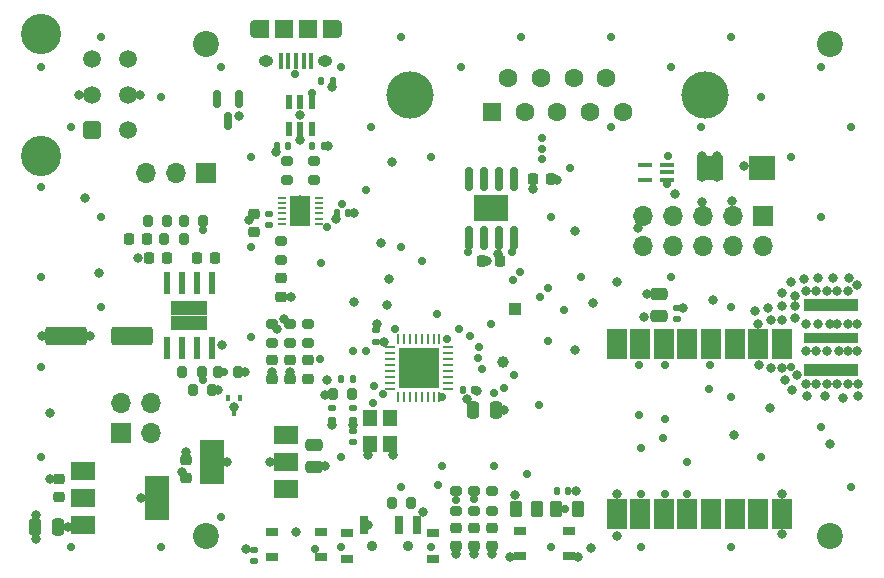
<source format=gbr>
%TF.GenerationSoftware,KiCad,Pcbnew,7.0.6*%
%TF.CreationDate,2023-10-09T12:22:11-06:00*%
%TF.ProjectId,CAN-USB RF Module,43414e2d-5553-4422-9052-46204d6f6475,2.0*%
%TF.SameCoordinates,Original*%
%TF.FileFunction,Soldermask,Top*%
%TF.FilePolarity,Negative*%
%FSLAX46Y46*%
G04 Gerber Fmt 4.6, Leading zero omitted, Abs format (unit mm)*
G04 Created by KiCad (PCBNEW 7.0.6) date 2023-10-09 12:22:11*
%MOMM*%
%LPD*%
G01*
G04 APERTURE LIST*
G04 Aperture macros list*
%AMRoundRect*
0 Rectangle with rounded corners*
0 $1 Rounding radius*
0 $2 $3 $4 $5 $6 $7 $8 $9 X,Y pos of 4 corners*
0 Add a 4 corners polygon primitive as box body*
4,1,4,$2,$3,$4,$5,$6,$7,$8,$9,$2,$3,0*
0 Add four circle primitives for the rounded corners*
1,1,$1+$1,$2,$3*
1,1,$1+$1,$4,$5*
1,1,$1+$1,$6,$7*
1,1,$1+$1,$8,$9*
0 Add four rect primitives between the rounded corners*
20,1,$1+$1,$2,$3,$4,$5,0*
20,1,$1+$1,$4,$5,$6,$7,0*
20,1,$1+$1,$6,$7,$8,$9,0*
20,1,$1+$1,$8,$9,$2,$3,0*%
G04 Aperture macros list end*
%ADD10C,2.200000*%
%ADD11RoundRect,0.200000X-0.200000X-0.275000X0.200000X-0.275000X0.200000X0.275000X-0.200000X0.275000X0*%
%ADD12RoundRect,0.218750X0.256250X-0.218750X0.256250X0.218750X-0.256250X0.218750X-0.256250X-0.218750X0*%
%ADD13RoundRect,0.200000X0.275000X-0.200000X0.275000X0.200000X-0.275000X0.200000X-0.275000X-0.200000X0*%
%ADD14C,1.000000*%
%ADD15R,2.000000X1.500000*%
%ADD16R,2.000000X3.800000*%
%ADD17RoundRect,0.218750X-0.218750X-0.256250X0.218750X-0.256250X0.218750X0.256250X-0.218750X0.256250X0*%
%ADD18R,1.200000X1.400000*%
%ADD19RoundRect,0.200000X-0.275000X0.200000X-0.275000X-0.200000X0.275000X-0.200000X0.275000X0.200000X0*%
%ADD20RoundRect,0.200000X0.200000X0.275000X-0.200000X0.275000X-0.200000X-0.275000X0.200000X-0.275000X0*%
%ADD21RoundRect,0.140000X-0.170000X0.140000X-0.170000X-0.140000X0.170000X-0.140000X0.170000X0.140000X0*%
%ADD22RoundRect,0.250000X-0.475000X0.250000X-0.475000X-0.250000X0.475000X-0.250000X0.475000X0.250000X0*%
%ADD23R,1.050000X0.650000*%
%ADD24RoundRect,0.140000X-0.140000X-0.170000X0.140000X-0.170000X0.140000X0.170000X-0.140000X0.170000X0*%
%ADD25RoundRect,0.225000X-0.250000X0.225000X-0.250000X-0.225000X0.250000X-0.225000X0.250000X0.225000X0*%
%ADD26RoundRect,0.250000X1.500000X0.550000X-1.500000X0.550000X-1.500000X-0.550000X1.500000X-0.550000X0*%
%ADD27RoundRect,0.140000X0.140000X0.170000X-0.140000X0.170000X-0.140000X-0.170000X0.140000X-0.170000X0*%
%ADD28RoundRect,0.250000X0.262500X0.450000X-0.262500X0.450000X-0.262500X-0.450000X0.262500X-0.450000X0*%
%ADD29RoundRect,0.225000X-0.225000X-0.250000X0.225000X-0.250000X0.225000X0.250000X-0.225000X0.250000X0*%
%ADD30R,1.700000X1.700000*%
%ADD31O,1.700000X1.700000*%
%ADD32C,1.600000*%
%ADD33R,1.600000X1.600000*%
%ADD34C,4.000000*%
%ADD35R,0.400000X1.350000*%
%ADD36O,0.890000X1.550000*%
%ADD37R,1.200000X1.550000*%
%ADD38O,1.250000X0.950000*%
%ADD39R,1.500000X1.550000*%
%ADD40RoundRect,0.225000X0.225000X0.250000X-0.225000X0.250000X-0.225000X-0.250000X0.225000X-0.250000X0*%
%ADD41R,2.200000X2.150000*%
%ADD42R,1.000000X0.800000*%
%ADD43C,0.900000*%
%ADD44R,0.700000X1.500000*%
%ADD45RoundRect,0.250000X0.250000X0.475000X-0.250000X0.475000X-0.250000X-0.475000X0.250000X-0.475000X0*%
%ADD46R,4.560000X0.850000*%
%ADD47R,4.560000X1.000000*%
%ADD48R,1.200000X0.400000*%
%ADD49RoundRect,0.250001X0.499999X-0.499999X0.499999X0.499999X-0.499999X0.499999X-0.499999X-0.499999X0*%
%ADD50C,1.500000*%
%ADD51C,3.410000*%
%ADD52RoundRect,0.218750X-0.256250X0.218750X-0.256250X-0.218750X0.256250X-0.218750X0.256250X0.218750X0*%
%ADD53R,1.000000X1.000000*%
%ADD54RoundRect,0.250000X-0.250000X-0.475000X0.250000X-0.475000X0.250000X0.475000X-0.250000X0.475000X0*%
%ADD55R,0.600000X1.200000*%
%ADD56RoundRect,0.140000X0.170000X-0.140000X0.170000X0.140000X-0.170000X0.140000X-0.170000X-0.140000X0*%
%ADD57R,1.800000X2.600000*%
%ADD58RoundRect,0.150000X0.150000X-0.825000X0.150000X0.825000X-0.150000X0.825000X-0.150000X-0.825000X0*%
%ADD59R,3.000000X2.290000*%
%ADD60RoundRect,0.225000X0.250000X-0.225000X0.250000X0.225000X-0.250000X0.225000X-0.250000X-0.225000X0*%
%ADD61R,0.610000X1.910000*%
%ADD62R,1.550000X1.205000*%
%ADD63RoundRect,0.150000X-0.150000X0.587500X-0.150000X-0.587500X0.150000X-0.587500X0.150000X0.587500X0*%
%ADD64R,0.650000X0.250000*%
%ADD65R,1.700000X2.500000*%
%ADD66RoundRect,0.062500X-0.375000X-0.062500X0.375000X-0.062500X0.375000X0.062500X-0.375000X0.062500X0*%
%ADD67RoundRect,0.062500X-0.062500X-0.375000X0.062500X-0.375000X0.062500X0.375000X-0.062500X0.375000X0*%
%ADD68R,3.450000X3.450000*%
%ADD69R,0.400000X0.510000*%
%ADD70C,0.800000*%
%ADD71C,0.700000*%
G04 APERTURE END LIST*
D10*
%TO.C,H4*%
X114554000Y-115570000D03*
%TD*%
D11*
%TO.C,R9*%
X113475000Y-103251000D03*
X115125000Y-103251000D03*
%TD*%
D12*
%TO.C,D7*%
X120142000Y-102260500D03*
X120142000Y-100685500D03*
%TD*%
D13*
%TO.C,R15*%
X123712000Y-85453000D03*
X123712000Y-83803000D03*
%TD*%
D10*
%TO.C,H2*%
X167386000Y-115570000D03*
%TD*%
D14*
%TO.C,TP1*%
X139700000Y-100838000D03*
%TD*%
D15*
%TO.C,U5*%
X104164600Y-110095000D03*
X104164600Y-112395000D03*
D16*
X110464600Y-112395000D03*
D15*
X104164600Y-114695000D03*
%TD*%
D11*
%TO.C,R7*%
X112713000Y-88900000D03*
X114363000Y-88900000D03*
%TD*%
D17*
%TO.C,D5*%
X108051500Y-90424000D03*
X109626500Y-90424000D03*
%TD*%
D18*
%TO.C,U1*%
X130136000Y-107780000D03*
X130136000Y-105580000D03*
X128436000Y-105580000D03*
X128436000Y-107780000D03*
%TD*%
D19*
%TO.C,R12*%
X120142000Y-97600000D03*
X120142000Y-99250000D03*
%TD*%
D20*
%TO.C,R10*%
X114236000Y-101727000D03*
X112586000Y-101727000D03*
%TD*%
%TO.C,FB1*%
X126967500Y-103604000D03*
X125317500Y-103604000D03*
%TD*%
D21*
%TO.C,C1*%
X118618000Y-116741000D03*
X118618000Y-117701000D03*
%TD*%
D22*
%TO.C,C23*%
X152908000Y-95062000D03*
X152908000Y-96962000D03*
%TD*%
D23*
%TO.C,SW3*%
X145331000Y-117320000D03*
X141181000Y-117320000D03*
X145331000Y-115170000D03*
X141181000Y-115170000D03*
%TD*%
D24*
%TO.C,C19*%
X120565000Y-82550000D03*
X121525000Y-82550000D03*
%TD*%
D22*
%TO.C,C14*%
X123698000Y-107889000D03*
X123698000Y-109789000D03*
%TD*%
D10*
%TO.C,H3*%
X114554000Y-73914000D03*
%TD*%
D25*
%TO.C,C13*%
X112903000Y-109156200D03*
X112903000Y-110706200D03*
%TD*%
D26*
%TO.C,C10*%
X108337000Y-98679000D03*
X102737000Y-98679000D03*
%TD*%
D27*
%TO.C,C24*%
X145260000Y-111760000D03*
X144300000Y-111760000D03*
%TD*%
D19*
%TO.C,R11*%
X123190000Y-97600000D03*
X123190000Y-99250000D03*
%TD*%
%TO.C,R13*%
X121666000Y-97600000D03*
X121666000Y-99250000D03*
%TD*%
D12*
%TO.C,D6*%
X123190000Y-102260500D03*
X123190000Y-100685500D03*
%TD*%
D28*
%TO.C,R18*%
X142644500Y-113284000D03*
X140819500Y-113284000D03*
%TD*%
D25*
%TO.C,C16*%
X118632000Y-88298000D03*
X118632000Y-89848000D03*
%TD*%
D12*
%TO.C,D2*%
X137287000Y-116465750D03*
X137287000Y-114890750D03*
%TD*%
D24*
%TO.C,C15*%
X125631000Y-88265000D03*
X126591000Y-88265000D03*
%TD*%
D12*
%TO.C,D3*%
X138811000Y-116465750D03*
X138811000Y-114890750D03*
%TD*%
D29*
%TO.C,C45*%
X137909000Y-92329000D03*
X139459000Y-92329000D03*
%TD*%
D21*
%TO.C,C17*%
X119902000Y-88311000D03*
X119902000Y-89271000D03*
%TD*%
%TO.C,C5*%
X127000000Y-106708000D03*
X127000000Y-107668000D03*
%TD*%
D28*
%TO.C,R17*%
X146073500Y-113284000D03*
X144248500Y-113284000D03*
%TD*%
D30*
%TO.C,J3*%
X107391200Y-106857800D03*
D31*
X107391200Y-104317800D03*
X109931200Y-106857800D03*
X109931200Y-104317800D03*
%TD*%
D32*
%TO.C,J6*%
X148481000Y-76812000D03*
X145711000Y-76812000D03*
X142941000Y-76812000D03*
X140171000Y-76812000D03*
X149866000Y-79652000D03*
X147096000Y-79652000D03*
X144326000Y-79652000D03*
X141556000Y-79652000D03*
D33*
X138786000Y-79652000D03*
D34*
X131826000Y-78232000D03*
X156826000Y-78232000D03*
%TD*%
D35*
%TO.C,J4*%
X123490000Y-75344000D03*
X122840000Y-75344000D03*
X122190000Y-75344000D03*
X121540000Y-75344000D03*
X120890000Y-75344000D03*
D36*
X125690000Y-72644000D03*
D37*
X125090000Y-72644000D03*
D38*
X124690000Y-75344000D03*
D39*
X123190000Y-72644000D03*
X121190000Y-72644000D03*
D38*
X119690000Y-75344000D03*
D37*
X119290000Y-72644000D03*
D36*
X118690000Y-72644000D03*
%TD*%
D40*
%TO.C,C46*%
X143777000Y-85344000D03*
X142227000Y-85344000D03*
%TD*%
D41*
%TO.C,D4*%
X161680000Y-84423500D03*
X157280000Y-84423500D03*
%TD*%
D13*
%TO.C,R16*%
X121426000Y-85453000D03*
X121426000Y-83803000D03*
%TD*%
D42*
%TO.C,SW2*%
X126525000Y-115298000D03*
X126525000Y-117508000D03*
D43*
X128675000Y-116408000D03*
X131675000Y-116408000D03*
D42*
X133825000Y-115298000D03*
X133825000Y-117508000D03*
D44*
X127925000Y-114648000D03*
X130925000Y-114648000D03*
X132425000Y-114648000D03*
%TD*%
D45*
%TO.C,C12*%
X102042000Y-114808000D03*
X100142000Y-114808000D03*
%TD*%
D13*
%TO.C,R2*%
X135763000Y-113455250D03*
X135763000Y-111805250D03*
%TD*%
D46*
%TO.C,J5*%
X167499500Y-98803250D03*
D47*
X167499500Y-101573250D03*
X167499500Y-96033250D03*
%TD*%
D48*
%TO.C,IC1*%
X153638000Y-85439500D03*
X153638000Y-84789500D03*
X153638000Y-84139500D03*
X151738000Y-84139500D03*
X151738000Y-85439500D03*
%TD*%
D49*
%TO.C,J2*%
X104947000Y-81232000D03*
D50*
X104947000Y-78232000D03*
X104947000Y-75232000D03*
X107947000Y-81232000D03*
X107947000Y-78232000D03*
X107947000Y-75232000D03*
D51*
X100627000Y-83382000D03*
X100627000Y-73082000D03*
%TD*%
D52*
%TO.C,D9*%
X120918000Y-93746500D03*
X120918000Y-95321500D03*
%TD*%
D11*
%TO.C,R8*%
X115634000Y-101727000D03*
X117284000Y-101727000D03*
%TD*%
D13*
%TO.C,R4*%
X138811000Y-113455250D03*
X138811000Y-111805250D03*
%TD*%
D15*
%TO.C,U6*%
X121387000Y-111647000D03*
X121387000Y-109347000D03*
D16*
X115087000Y-109347000D03*
D15*
X121387000Y-107047000D03*
%TD*%
D53*
%TO.C,TP2*%
X140716000Y-96393000D03*
%TD*%
D12*
%TO.C,D1*%
X135763000Y-116465750D03*
X135763000Y-114890750D03*
%TD*%
D20*
%TO.C,R5*%
X111315000Y-88900000D03*
X109665000Y-88900000D03*
%TD*%
D54*
%TO.C,C2*%
X137226000Y-104902000D03*
X139126000Y-104902000D03*
%TD*%
D55*
%TO.C,D10*%
X121619000Y-81160000D03*
X122569000Y-81160000D03*
X123519000Y-81160000D03*
X123519000Y-78860000D03*
X122569000Y-78860000D03*
X121619000Y-78860000D03*
%TD*%
D13*
%TO.C,R3*%
X137287000Y-113455250D03*
X137287000Y-111805250D03*
%TD*%
D30*
%TO.C,J1*%
X161766000Y-88487500D03*
D31*
X161766000Y-91027500D03*
X159226000Y-88487500D03*
X159226000Y-91027500D03*
X156686000Y-88487500D03*
X156686000Y-91027500D03*
X154146000Y-88487500D03*
X154146000Y-91027500D03*
X151606000Y-88487500D03*
X151606000Y-91027500D03*
%TD*%
D56*
%TO.C,C3*%
X128936500Y-99131000D03*
X128936500Y-98171000D03*
%TD*%
D29*
%TO.C,C21*%
X113779000Y-92075000D03*
X115329000Y-92075000D03*
%TD*%
D21*
%TO.C,C8*%
X125253500Y-104775000D03*
X125253500Y-105735000D03*
%TD*%
D30*
%TO.C,JP1*%
X114539000Y-84836000D03*
D31*
X111999000Y-84836000D03*
X109459000Y-84836000D03*
%TD*%
D57*
%TO.C,MOD1*%
X149337000Y-99353000D03*
X151337000Y-99353000D03*
X153337000Y-99353000D03*
X155337000Y-99353000D03*
X157337000Y-99353000D03*
X159337000Y-99353000D03*
X161337000Y-99353000D03*
X163337000Y-99353000D03*
X163337000Y-113753000D03*
X161337000Y-113753000D03*
X159337000Y-113753000D03*
X157337000Y-113753000D03*
X155337000Y-113753000D03*
X153337000Y-113753000D03*
X151337000Y-113753000D03*
X149337000Y-113753000D03*
%TD*%
D58*
%TO.C,U10*%
X136835000Y-90333000D03*
X138105000Y-90333000D03*
X139375000Y-90333000D03*
X140645000Y-90333000D03*
X140645000Y-85383000D03*
X139375000Y-85383000D03*
X138105000Y-85383000D03*
X136835000Y-85383000D03*
D59*
X138740000Y-87858000D03*
%TD*%
D27*
%TO.C,C20*%
X125293000Y-77089000D03*
X124333000Y-77089000D03*
%TD*%
D60*
%TO.C,C11*%
X102108000Y-112281000D03*
X102108000Y-110731000D03*
%TD*%
D23*
%TO.C,SW1*%
X120127202Y-115257000D03*
X124277202Y-115257000D03*
X120127202Y-117407000D03*
X124277202Y-117407000D03*
%TD*%
D10*
%TO.C,H1*%
X167386000Y-73914000D03*
%TD*%
D21*
%TO.C,C7*%
X127031500Y-104775000D03*
X127031500Y-105735000D03*
%TD*%
D56*
%TO.C,C22*%
X154432000Y-97254000D03*
X154432000Y-96294000D03*
%TD*%
D61*
%TO.C,U3*%
X115062000Y-94135000D03*
X113792000Y-94135000D03*
X112522000Y-94135000D03*
X111252000Y-94135000D03*
X111252000Y-99695000D03*
X112522000Y-99695000D03*
X113792000Y-99695000D03*
X115062000Y-99695000D03*
D62*
X113932000Y-96312500D03*
X112382000Y-96312500D03*
X113932000Y-97517500D03*
X112382000Y-97517500D03*
%TD*%
D63*
%TO.C,U4*%
X117409000Y-78564500D03*
X115509000Y-78564500D03*
X116459000Y-80439500D03*
%TD*%
D27*
%TO.C,C6*%
X127003500Y-102334000D03*
X126043500Y-102334000D03*
%TD*%
D40*
%TO.C,C9*%
X111278000Y-92075000D03*
X109728000Y-92075000D03*
%TD*%
D27*
%TO.C,C18*%
X124547000Y-82550000D03*
X123587000Y-82550000D03*
%TD*%
D11*
%TO.C,R1*%
X130302000Y-112776000D03*
X131952000Y-112776000D03*
%TD*%
D64*
%TO.C,U7*%
X121019000Y-86932000D03*
X121019000Y-87382000D03*
X121019000Y-87832000D03*
X121019000Y-88282000D03*
X121019000Y-88732000D03*
X121019000Y-89182000D03*
X124119000Y-89182000D03*
X124119000Y-88732000D03*
X124119000Y-88282000D03*
X124119000Y-87832000D03*
X124119000Y-87382000D03*
X124119000Y-86932000D03*
D65*
X122569000Y-88057000D03*
%TD*%
D66*
%TO.C,U2*%
X130157500Y-99624000D03*
X130157500Y-100124000D03*
X130157500Y-100624000D03*
X130157500Y-101124000D03*
X130157500Y-101624000D03*
X130157500Y-102124000D03*
X130157500Y-102624000D03*
X130157500Y-103124000D03*
D67*
X130845000Y-103811500D03*
X131345000Y-103811500D03*
X131845000Y-103811500D03*
X132345000Y-103811500D03*
X132845000Y-103811500D03*
X133345000Y-103811500D03*
X133845000Y-103811500D03*
X134345000Y-103811500D03*
D66*
X135032500Y-103124000D03*
X135032500Y-102624000D03*
X135032500Y-102124000D03*
X135032500Y-101624000D03*
X135032500Y-101124000D03*
X135032500Y-100624000D03*
X135032500Y-100124000D03*
X135032500Y-99624000D03*
D67*
X134345000Y-98936500D03*
X133845000Y-98936500D03*
X133345000Y-98936500D03*
X132845000Y-98936500D03*
X132345000Y-98936500D03*
X131845000Y-98936500D03*
X131345000Y-98936500D03*
X130845000Y-98936500D03*
D68*
X132595000Y-101374000D03*
%TD*%
D19*
%TO.C,R14*%
X120918000Y-90598000D03*
X120918000Y-92248000D03*
%TD*%
D69*
%TO.C,Q1*%
X117467000Y-103876000D03*
X116467000Y-103876000D03*
X116967000Y-105166000D03*
%TD*%
D24*
%TO.C,C4*%
X136299000Y-103251000D03*
X137259000Y-103251000D03*
%TD*%
D12*
%TO.C,D8*%
X121666000Y-102260500D03*
X121666000Y-100685500D03*
%TD*%
D20*
%TO.C,R6*%
X112712000Y-90424000D03*
X111062000Y-90424000D03*
%TD*%
D70*
X169672000Y-94361000D03*
X169037000Y-93726000D03*
X167640000Y-93726000D03*
X166370000Y-93726000D03*
X165227000Y-93853000D03*
X164084000Y-94107000D03*
X163322000Y-94996000D03*
X163322000Y-96139000D03*
X162179000Y-96266000D03*
X161036000Y-96520000D03*
X169799000Y-103759000D03*
X168529000Y-103886000D03*
X167005000Y-103759000D03*
X165481000Y-103759000D03*
X164211000Y-103251000D03*
X163576000Y-102362000D03*
X163322000Y-101346000D03*
X162433000Y-101346000D03*
X163322000Y-97282000D03*
X162433000Y-97282000D03*
X154940000Y-96266000D03*
X151892000Y-95123000D03*
X168910000Y-94869000D03*
X168021000Y-94869000D03*
X167132000Y-94869000D03*
X166243000Y-94869000D03*
X165354000Y-94869000D03*
X164465000Y-95250000D03*
X164465000Y-96139000D03*
X164465000Y-97155000D03*
X164592000Y-101981000D03*
X169799000Y-102743000D03*
X168910000Y-102743000D03*
X168021000Y-102743000D03*
X167132000Y-102743000D03*
X166243000Y-102743000D03*
X165354000Y-102743000D03*
X169672000Y-99949000D03*
X168910000Y-99949000D03*
X168148000Y-99949000D03*
X167132000Y-99949000D03*
X166243000Y-99949000D03*
X165354000Y-99949000D03*
X169672000Y-97663000D03*
X168910000Y-97663000D03*
X168021000Y-97663000D03*
X167386000Y-97663000D03*
X166370000Y-97663000D03*
X165354000Y-97663000D03*
X154305000Y-86614000D03*
D71*
X169162000Y-111416517D03*
X169162000Y-80936517D03*
X166622000Y-106336517D03*
X166622000Y-88556517D03*
X166622000Y-75856517D03*
X164082000Y-101256517D03*
X164082000Y-83476517D03*
X161542000Y-108876517D03*
X161542000Y-78396517D03*
X159002000Y-116496517D03*
X159002000Y-103796517D03*
X159002000Y-96176517D03*
X159002000Y-73316517D03*
X156462000Y-80936517D03*
X153922000Y-93636517D03*
X153922000Y-75856517D03*
X151382000Y-116496517D03*
X148842000Y-80936517D03*
X148842000Y-73316517D03*
X146302000Y-93636517D03*
X143762000Y-116496517D03*
X143762000Y-88556517D03*
X141222000Y-73316517D03*
X136142000Y-75856517D03*
X133602000Y-116496517D03*
X133602000Y-83476517D03*
X131062000Y-111416517D03*
X131062000Y-91096517D03*
X131062000Y-73316517D03*
X128522000Y-80936517D03*
X125982000Y-116496517D03*
X125982000Y-108876517D03*
X125982000Y-75856517D03*
X118362000Y-98716517D03*
X118362000Y-91096517D03*
X118362000Y-83476517D03*
X115822000Y-113956517D03*
X115822000Y-75856517D03*
X110742000Y-116496517D03*
X110742000Y-78396517D03*
X105662000Y-96176517D03*
X105662000Y-88556517D03*
X105662000Y-73316517D03*
X103122000Y-116496517D03*
X103122000Y-80936517D03*
X100582000Y-108876517D03*
X100582000Y-101256517D03*
X100582000Y-93636517D03*
X100582000Y-86016517D03*
X100582000Y-75856517D03*
X136017000Y-98044000D03*
D70*
X139827000Y-104902000D03*
X124841000Y-102362000D03*
X122503000Y-82042000D03*
X108839000Y-92075000D03*
X103632000Y-109982000D03*
X161290000Y-97663000D03*
X147320000Y-95885000D03*
X147193000Y-116586000D03*
X157842877Y-83447000D03*
X101346000Y-110744000D03*
X159099000Y-87217500D03*
X157480000Y-95631000D03*
X124931500Y-82550000D03*
X140335000Y-117348000D03*
X121666000Y-101722500D03*
D71*
X134585899Y-103834135D03*
D70*
X138811000Y-117094000D03*
X100203000Y-115824000D03*
X149352000Y-94107000D03*
X138409500Y-92329000D03*
X120142000Y-101722500D03*
X138684000Y-88519000D03*
X104340000Y-86995000D03*
X100711000Y-98679000D03*
X117856000Y-101727000D03*
X159258000Y-107061000D03*
X146050000Y-117348000D03*
X129032000Y-97663000D03*
X137522548Y-103320500D03*
X122174000Y-115257000D03*
X131476500Y-100175000D03*
X131476500Y-102588000D03*
X130048000Y-93853000D03*
X104648000Y-110236000D03*
X129413000Y-90805000D03*
X162306000Y-104775000D03*
X167386000Y-107823000D03*
X151155500Y-89503500D03*
X144309500Y-85433500D03*
X129921000Y-96012000D03*
X103787500Y-78232000D03*
X127089500Y-88265000D03*
X132520500Y-101445000D03*
X115570000Y-103251000D03*
X125222000Y-77597000D03*
X120486500Y-83104000D03*
X145923000Y-111760000D03*
X137795000Y-87249000D03*
X121793000Y-111887000D03*
X116967443Y-104650295D03*
X113919000Y-96393000D03*
X108966000Y-78232000D03*
X105537000Y-93345000D03*
X131496500Y-101420500D03*
X133635500Y-102588000D03*
X128270000Y-114681000D03*
X135763000Y-117094000D03*
X132492500Y-102588000D03*
X127000000Y-106172000D03*
X112506942Y-110192661D03*
X156559000Y-87344500D03*
X149352000Y-115570000D03*
X120904000Y-111379000D03*
X127127000Y-95758000D03*
X163322000Y-112014000D03*
X122569000Y-88057000D03*
X101346000Y-105156000D03*
X122569000Y-88950800D03*
X130302000Y-83947000D03*
X137287000Y-117094000D03*
X156559000Y-83407500D03*
X156559000Y-85185500D03*
X163322000Y-115443000D03*
D71*
X130556000Y-98044000D03*
D70*
X133635500Y-100175000D03*
X125222000Y-106172000D03*
X124690175Y-109640500D03*
X104775000Y-98679000D03*
X112395000Y-97536000D03*
X145796000Y-89789000D03*
X145796000Y-99822000D03*
X157829000Y-85185500D03*
X139700000Y-87249000D03*
X149352000Y-112014000D03*
X132492500Y-100175000D03*
X122580400Y-87172800D03*
X113919000Y-97536000D03*
X112395000Y-96393000D03*
X133655500Y-101420500D03*
X100203000Y-113792000D03*
X117983000Y-116731298D03*
X161417000Y-101092000D03*
D71*
X143002000Y-81893994D03*
X132842000Y-92329000D03*
X124214500Y-100584000D03*
X124293500Y-92456000D03*
X153670000Y-83389998D03*
X123825000Y-116713000D03*
X153638000Y-85820500D03*
D70*
X142240000Y-86233000D03*
X109093000Y-112395000D03*
X132969000Y-113538000D03*
X120618000Y-98076000D03*
X160115000Y-84296500D03*
X125603000Y-88773000D03*
X121793000Y-95377000D03*
X130429000Y-108712000D03*
X128270000Y-108712000D03*
X129650616Y-99170616D03*
X124690175Y-103632000D03*
X140716000Y-112141000D03*
X151638000Y-97028000D03*
X136653583Y-104013000D03*
X121412000Y-109347000D03*
X118187094Y-88821868D03*
X139336852Y-91698852D03*
X116332000Y-109347000D03*
X120015000Y-109347000D03*
X121194017Y-97211729D03*
X112903000Y-108458000D03*
D71*
X141192965Y-93225918D03*
X141732000Y-110363000D03*
X128143000Y-86308000D03*
X127039000Y-99949000D03*
X129558500Y-103544500D03*
X126064219Y-87470954D03*
X124841000Y-89408000D03*
X128690500Y-104330498D03*
X155321000Y-109347000D03*
X155321000Y-112014000D03*
X151384000Y-112014000D03*
X151384000Y-108164500D03*
X153416000Y-112014000D03*
X153289000Y-107315000D03*
X153416000Y-101092000D03*
X153416000Y-105664000D03*
X151257000Y-105322500D03*
X151257000Y-101092000D03*
X137668000Y-99568000D03*
X140500700Y-91559602D03*
X136906000Y-98627500D03*
X136779000Y-91567000D03*
X142835500Y-95377000D03*
X142792465Y-104473500D03*
X143510000Y-94615000D03*
X143510000Y-99060000D03*
X140629000Y-101981000D03*
X140589000Y-93892500D03*
X134112000Y-96774000D03*
X143002000Y-82793497D03*
X143002000Y-83693000D03*
X135019500Y-98933000D03*
X145415000Y-84455000D03*
D70*
X102870000Y-114808000D03*
X122569000Y-79960000D03*
X117409000Y-80010000D03*
D71*
X135763000Y-112505750D03*
X137636109Y-100553780D03*
X137922000Y-101473000D03*
X137287000Y-112477750D03*
X128816444Y-102896444D03*
X134239000Y-111289500D03*
X116078000Y-101727000D03*
X114300000Y-89662000D03*
D70*
X115966502Y-99441000D03*
D71*
X114300000Y-102362000D03*
X157138500Y-103124000D03*
X157226000Y-101092000D03*
X138684000Y-97663000D03*
X139827000Y-103084500D03*
X128142500Y-99921875D03*
X138977500Y-109690500D03*
X138977500Y-103505000D03*
X134569200Y-109690500D03*
X123519000Y-78105000D03*
X122090500Y-76472687D03*
X144961500Y-113284000D03*
X144907000Y-96432500D03*
M02*

</source>
